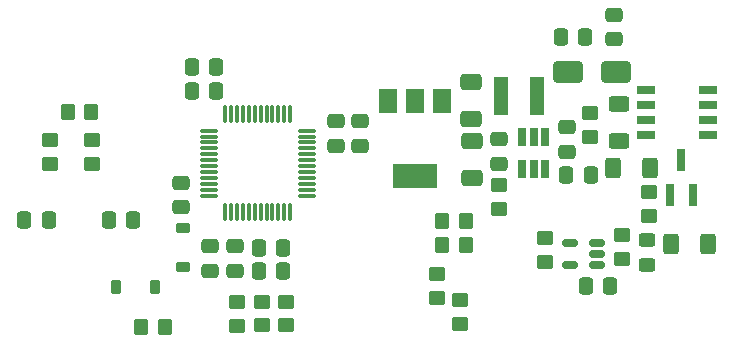
<source format=gbr>
%TF.GenerationSoftware,KiCad,Pcbnew,8.99.0-unknown*%
%TF.CreationDate,2024-05-06T05:37:55-04:00*%
%TF.ProjectId,solderingStationPCB,736f6c64-6572-4696-9e67-53746174696f,rev?*%
%TF.SameCoordinates,PX33f2570PY4a915b0*%
%TF.FileFunction,Paste,Top*%
%TF.FilePolarity,Positive*%
%FSLAX46Y46*%
G04 Gerber Fmt 4.6, Leading zero omitted, Abs format (unit mm)*
G04 Created by KiCad (PCBNEW 8.99.0-unknown) date 2024-05-06 05:37:55*
%MOMM*%
%LPD*%
G01*
G04 APERTURE LIST*
G04 Aperture macros list*
%AMRoundRect*
0 Rectangle with rounded corners*
0 $1 Rounding radius*
0 $2 $3 $4 $5 $6 $7 $8 $9 X,Y pos of 4 corners*
0 Add a 4 corners polygon primitive as box body*
4,1,4,$2,$3,$4,$5,$6,$7,$8,$9,$2,$3,0*
0 Add four circle primitives for the rounded corners*
1,1,$1+$1,$2,$3*
1,1,$1+$1,$4,$5*
1,1,$1+$1,$6,$7*
1,1,$1+$1,$8,$9*
0 Add four rect primitives between the rounded corners*
20,1,$1+$1,$2,$3,$4,$5,0*
20,1,$1+$1,$4,$5,$6,$7,0*
20,1,$1+$1,$6,$7,$8,$9,0*
20,1,$1+$1,$8,$9,$2,$3,0*%
G04 Aperture macros list end*
%ADD10RoundRect,0.250000X-0.475000X0.337500X-0.475000X-0.337500X0.475000X-0.337500X0.475000X0.337500X0*%
%ADD11RoundRect,0.250000X-0.450000X0.350000X-0.450000X-0.350000X0.450000X-0.350000X0.450000X0.350000X0*%
%ADD12RoundRect,0.250000X0.337500X0.475000X-0.337500X0.475000X-0.337500X-0.475000X0.337500X-0.475000X0*%
%ADD13R,1.500000X2.000000*%
%ADD14R,3.800000X2.000000*%
%ADD15RoundRect,0.250000X0.475000X-0.337500X0.475000X0.337500X-0.475000X0.337500X-0.475000X-0.337500X0*%
%ADD16RoundRect,0.225000X0.375000X-0.225000X0.375000X0.225000X-0.375000X0.225000X-0.375000X-0.225000X0*%
%ADD17R,0.650000X1.560000*%
%ADD18RoundRect,0.250000X-0.337500X-0.475000X0.337500X-0.475000X0.337500X0.475000X-0.337500X0.475000X0*%
%ADD19R,0.800000X1.900000*%
%ADD20RoundRect,0.250000X0.400000X0.625000X-0.400000X0.625000X-0.400000X-0.625000X0.400000X-0.625000X0*%
%ADD21RoundRect,0.225000X0.225000X0.375000X-0.225000X0.375000X-0.225000X-0.375000X0.225000X-0.375000X0*%
%ADD22RoundRect,0.250000X0.350000X0.450000X-0.350000X0.450000X-0.350000X-0.450000X0.350000X-0.450000X0*%
%ADD23RoundRect,0.250000X-0.350000X-0.450000X0.350000X-0.450000X0.350000X0.450000X-0.350000X0.450000X0*%
%ADD24R,1.143000X3.200400*%
%ADD25RoundRect,0.250000X0.450000X-0.350000X0.450000X0.350000X-0.450000X0.350000X-0.450000X-0.350000X0*%
%ADD26RoundRect,0.250000X0.650000X-0.412500X0.650000X0.412500X-0.650000X0.412500X-0.650000X-0.412500X0*%
%ADD27RoundRect,0.250000X-0.650000X0.412500X-0.650000X-0.412500X0.650000X-0.412500X0.650000X0.412500X0*%
%ADD28R,1.500000X0.700000*%
%ADD29RoundRect,0.075000X0.075000X-0.662500X0.075000X0.662500X-0.075000X0.662500X-0.075000X-0.662500X0*%
%ADD30RoundRect,0.075000X0.662500X-0.075000X0.662500X0.075000X-0.662500X0.075000X-0.662500X-0.075000X0*%
%ADD31RoundRect,0.150000X0.512500X0.150000X-0.512500X0.150000X-0.512500X-0.150000X0.512500X-0.150000X0*%
%ADD32RoundRect,0.250000X-0.625000X0.400000X-0.625000X-0.400000X0.625000X-0.400000X0.625000X0.400000X0*%
%ADD33RoundRect,0.250000X0.450000X-0.325000X0.450000X0.325000X-0.450000X0.325000X-0.450000X-0.325000X0*%
%ADD34RoundRect,0.250000X-1.000000X-0.650000X1.000000X-0.650000X1.000000X0.650000X-1.000000X0.650000X0*%
G04 APERTURE END LIST*
D10*
%TO.C,C22*%
X17888800Y-20647300D03*
X17888800Y-22722300D03*
%TD*%
D11*
%TO.C,R18*%
X37055000Y-22985000D03*
X37055000Y-24985000D03*
%TD*%
%TO.C,R6*%
X20166000Y-25362600D03*
X20166000Y-27362600D03*
%TD*%
%TO.C,R10*%
X7853600Y-11657600D03*
X7853600Y-13657600D03*
%TD*%
D12*
%TO.C,C19*%
X24097300Y-20741400D03*
X22022300Y-20741400D03*
%TD*%
D13*
%TO.C,U4*%
X37542000Y-8341800D03*
X35242000Y-8341800D03*
D14*
X35242000Y-14641800D03*
D13*
X32942000Y-8341800D03*
%TD*%
D15*
%TO.C,C3*%
X42312400Y-13631100D03*
X42312400Y-11556100D03*
%TD*%
D10*
%TO.C,C13*%
X30610200Y-10042900D03*
X30610200Y-12117900D03*
%TD*%
D16*
%TO.C,D3*%
X15584300Y-22386700D03*
X15584300Y-19086700D03*
%TD*%
D12*
%TO.C,C2*%
X49642100Y-2916000D03*
X47567100Y-2916000D03*
%TD*%
%TO.C,C6*%
X51756500Y-24033800D03*
X49681500Y-24033800D03*
%TD*%
D17*
%TO.C,U1*%
X44320600Y-14052600D03*
X45270600Y-14052600D03*
X46220600Y-14052600D03*
X46220600Y-11352600D03*
X45270600Y-11352600D03*
X44320600Y-11352600D03*
%TD*%
D18*
%TO.C,C9*%
X48049900Y-14603000D03*
X50124900Y-14603000D03*
%TD*%
D19*
%TO.C,Q2*%
X56832200Y-16295800D03*
X58732200Y-16295800D03*
X57782200Y-13295800D03*
%TD*%
D18*
%TO.C,C10*%
X2165100Y-18381800D03*
X4240100Y-18381800D03*
%TD*%
D20*
%TO.C,R5*%
X60017000Y-20446000D03*
X56917000Y-20446000D03*
%TD*%
D11*
%TO.C,R4*%
X55033600Y-16048200D03*
X55033600Y-18048200D03*
%TD*%
D10*
%TO.C,C8*%
X52093200Y-1049300D03*
X52093200Y-3124300D03*
%TD*%
D11*
%TO.C,R8*%
X22276000Y-25339600D03*
X22276000Y-27339600D03*
%TD*%
D21*
%TO.C,D4*%
X13200000Y-24060000D03*
X9900000Y-24060000D03*
%TD*%
D20*
%TO.C,R1*%
X55130200Y-14039200D03*
X52030200Y-14039200D03*
%TD*%
D22*
%TO.C,TH1*%
X14048000Y-27429800D03*
X12048000Y-27429800D03*
%TD*%
D11*
%TO.C,R14*%
X42319200Y-15465800D03*
X42319200Y-17465800D03*
%TD*%
D15*
%TO.C,C5*%
X19959200Y-22710900D03*
X19959200Y-20635900D03*
%TD*%
D11*
%TO.C,R16*%
X46202000Y-19932600D03*
X46202000Y-21932600D03*
%TD*%
D12*
%TO.C,C11*%
X11363300Y-18370400D03*
X9288300Y-18370400D03*
%TD*%
D23*
%TO.C,R17*%
X37530000Y-18510000D03*
X39530000Y-18510000D03*
%TD*%
D24*
%TO.C,L1*%
X45593500Y-7872100D03*
X42545500Y-7872100D03*
%TD*%
D25*
%TO.C,R13*%
X52755000Y-21675000D03*
X52755000Y-19675000D03*
%TD*%
D15*
%TO.C,C12*%
X48128600Y-12613500D03*
X48128600Y-10538500D03*
%TD*%
D26*
%TO.C,C1*%
X39999400Y-9888700D03*
X39999400Y-6763700D03*
%TD*%
D27*
%TO.C,C4*%
X40018800Y-11746900D03*
X40018800Y-14871900D03*
%TD*%
D11*
%TO.C,R11*%
X4344400Y-11661200D03*
X4344400Y-13661200D03*
%TD*%
D18*
%TO.C,C18*%
X16320500Y-7452000D03*
X18395500Y-7452000D03*
%TD*%
D28*
%TO.C,Q1*%
X54752200Y-7364200D03*
X54752200Y-8634200D03*
X54752200Y-9904200D03*
X54752200Y-11174200D03*
X60052200Y-11174200D03*
X60052200Y-9904200D03*
X60052200Y-8634200D03*
X60052200Y-7364200D03*
%TD*%
D15*
%TO.C,C21*%
X15396000Y-17348900D03*
X15396000Y-15273900D03*
%TD*%
D12*
%TO.C,C17*%
X24089100Y-22753000D03*
X22014100Y-22753000D03*
%TD*%
D29*
%TO.C,U3*%
X19164200Y-17755700D03*
X19664200Y-17755700D03*
X20164200Y-17755700D03*
X20664200Y-17755700D03*
X21164200Y-17755700D03*
X21664200Y-17755700D03*
X22164200Y-17755700D03*
X22664200Y-17755700D03*
X23164200Y-17755700D03*
X23664200Y-17755700D03*
X24164200Y-17755700D03*
X24664200Y-17755700D03*
D30*
X26076700Y-16343200D03*
X26076700Y-15843200D03*
X26076700Y-15343200D03*
X26076700Y-14843200D03*
X26076700Y-14343200D03*
X26076700Y-13843200D03*
X26076700Y-13343200D03*
X26076700Y-12843200D03*
X26076700Y-12343200D03*
X26076700Y-11843200D03*
X26076700Y-11343200D03*
X26076700Y-10843200D03*
D29*
X24664200Y-9430700D03*
X24164200Y-9430700D03*
X23664200Y-9430700D03*
X23164200Y-9430700D03*
X22664200Y-9430700D03*
X22164200Y-9430700D03*
X21664200Y-9430700D03*
X21164200Y-9430700D03*
X20664200Y-9430700D03*
X20164200Y-9430700D03*
X19664200Y-9430700D03*
X19164200Y-9430700D03*
D30*
X17751700Y-10843200D03*
X17751700Y-11343200D03*
X17751700Y-11843200D03*
X17751700Y-12343200D03*
X17751700Y-12843200D03*
X17751700Y-13343200D03*
X17751700Y-13843200D03*
X17751700Y-14343200D03*
X17751700Y-14843200D03*
X17751700Y-15343200D03*
X17751700Y-15843200D03*
X17751700Y-16343200D03*
%TD*%
D31*
%TO.C,U2*%
X50652500Y-22235000D03*
X50652500Y-21285000D03*
X50652500Y-20335000D03*
X48377500Y-20335000D03*
X48377500Y-22235000D03*
%TD*%
D32*
%TO.C,R2*%
X52513400Y-8616400D03*
X52513400Y-11716400D03*
%TD*%
D23*
%TO.C,R12*%
X37559200Y-20498800D03*
X39559200Y-20498800D03*
%TD*%
D11*
%TO.C,R7*%
X24273600Y-25339400D03*
X24273600Y-27339400D03*
%TD*%
D25*
%TO.C,R15*%
X50069400Y-11338600D03*
X50069400Y-9338600D03*
%TD*%
D18*
%TO.C,C14*%
X16339700Y-5459000D03*
X18414700Y-5459000D03*
%TD*%
D11*
%TO.C,R3*%
X39081600Y-25197600D03*
X39081600Y-27197600D03*
%TD*%
D10*
%TO.C,C20*%
X28536600Y-10049700D03*
X28536600Y-12124700D03*
%TD*%
D23*
%TO.C,R9*%
X5819600Y-9238000D03*
X7819600Y-9238000D03*
%TD*%
D33*
%TO.C,D2*%
X54874700Y-22186500D03*
X54874700Y-20136500D03*
%TD*%
D34*
%TO.C,D1*%
X48219800Y-5851600D03*
X52219800Y-5851600D03*
%TD*%
M02*

</source>
